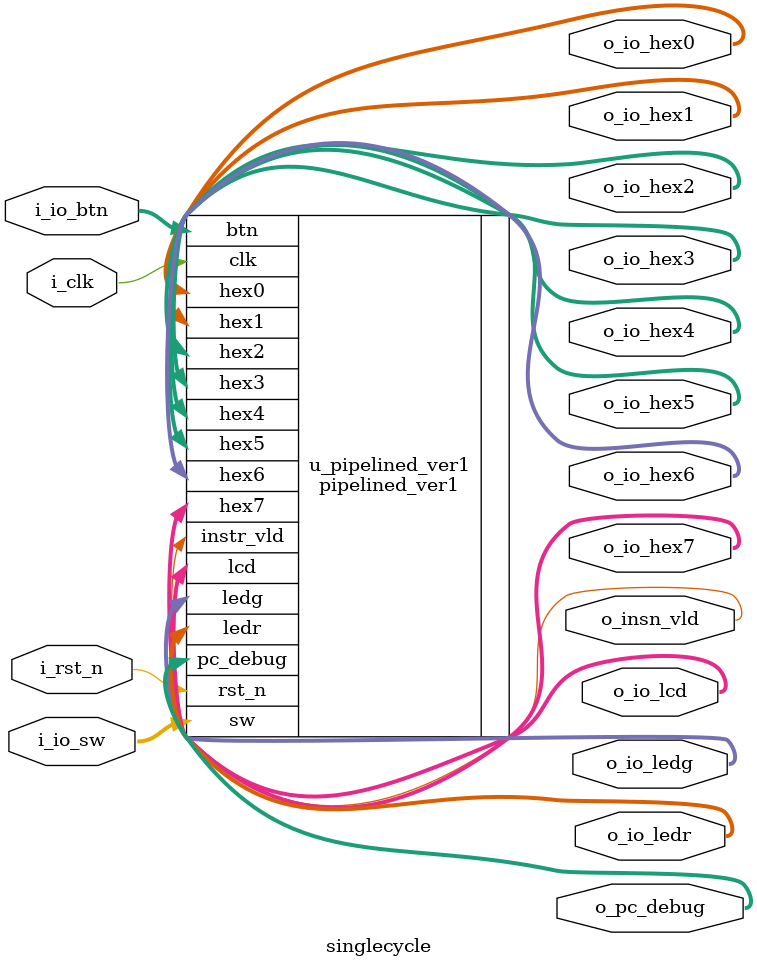
<source format=sv>

module singlecycle (
   input  wire          i_clk,
                        i_rst_n,
   input  wire [31:0]   i_io_sw,
   input  wire [3:0]    i_io_btn,
   output wire [31:0]   o_pc_debug,
   output wire          o_insn_vld,
   output wire [31:0]   o_io_ledr,
                        o_io_ledg,
                        o_io_lcd,
   output wire [6:0]    o_io_hex0,
                        o_io_hex1,
                        o_io_hex2,
                        o_io_hex3,
                        o_io_hex4,
                        o_io_hex5,
                        o_io_hex6,
                        o_io_hex7
);

   // single_cycle u_single_cycle (
   //    .clk(i_clk),
   //    .rst_n(i_rst_n),
   //    .sw(i_io_sw),
   //    .btn(i_io_btn),
   //    .pc_debug(o_pc_debug),
   //    .instr_vld(o_insn_vld),
   //    .ledr(o_io_ledr),
   //    .ledg(o_io_ledg),
   //    .lcd(o_io_lcd),
   //    .hex0(o_io_hex0),
   //    .hex1(o_io_hex1),
   //    .hex2(o_io_hex2),
   //    .hex3(o_io_hex3),
   //    .hex4(o_io_hex4),
   //    .hex5(o_io_hex5),
   //    .hex6(o_io_hex6),
   //    .hex7(o_io_hex7)
   // );

   pipelined_ver1 u_pipelined_ver1 (
      .clk(i_clk),
      .rst_n(i_rst_n),
      .sw(i_io_sw),
      .btn(i_io_btn),
      .pc_debug(o_pc_debug),
      .instr_vld(o_insn_vld),
      .ledr(o_io_ledr),
      .ledg(o_io_ledg),
      .lcd(o_io_lcd),
      .hex0(o_io_hex0),
      .hex1(o_io_hex1),
      .hex2(o_io_hex2),
      .hex3(o_io_hex3),
      .hex4(o_io_hex4),
      .hex5(o_io_hex5),
      .hex6(o_io_hex6),
      .hex7(o_io_hex7)
   );

endmodule
</source>
